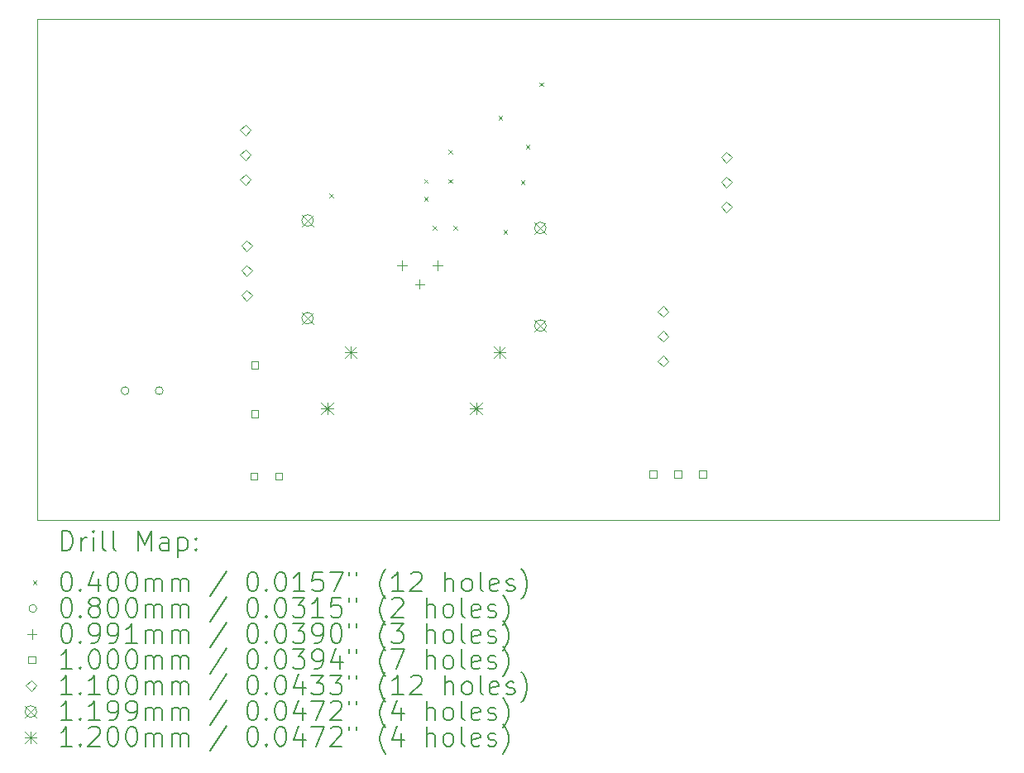
<source format=gbr>
%FSLAX45Y45*%
G04 Gerber Fmt 4.5, Leading zero omitted, Abs format (unit mm)*
G04 Created by KiCad (PCBNEW (6.0.1)) date 2022-04-24 16:28:38*
%MOMM*%
%LPD*%
G01*
G04 APERTURE LIST*
%TA.AperFunction,Profile*%
%ADD10C,0.100000*%
%TD*%
%ADD11C,0.200000*%
%ADD12C,0.040000*%
%ADD13C,0.080000*%
%ADD14C,0.099060*%
%ADD15C,0.100000*%
%ADD16C,0.110000*%
%ADD17C,0.119888*%
%ADD18C,0.120000*%
G04 APERTURE END LIST*
D10*
X10600000Y-7416800D02*
X20447800Y-7416800D01*
X20447800Y-7416800D02*
X20447800Y-12547600D01*
X20447800Y-12547600D02*
X10600000Y-12547600D01*
X10600000Y-12547600D02*
X10600000Y-7416800D01*
D11*
D12*
X13590000Y-9210000D02*
X13630000Y-9250000D01*
X13630000Y-9210000D02*
X13590000Y-9250000D01*
X14560000Y-9060000D02*
X14600000Y-9100000D01*
X14600000Y-9060000D02*
X14560000Y-9100000D01*
X14560000Y-9240000D02*
X14600000Y-9280000D01*
X14600000Y-9240000D02*
X14560000Y-9280000D01*
X14650000Y-9540000D02*
X14690000Y-9580000D01*
X14690000Y-9540000D02*
X14650000Y-9580000D01*
X14810000Y-8760000D02*
X14850000Y-8800000D01*
X14850000Y-8760000D02*
X14810000Y-8800000D01*
X14810000Y-9060000D02*
X14850000Y-9100000D01*
X14850000Y-9060000D02*
X14810000Y-9100000D01*
X14860000Y-9540000D02*
X14900000Y-9580000D01*
X14900000Y-9540000D02*
X14860000Y-9580000D01*
X15321600Y-8412800D02*
X15361600Y-8452800D01*
X15361600Y-8412800D02*
X15321600Y-8452800D01*
X15372400Y-9581200D02*
X15412400Y-9621200D01*
X15412400Y-9581200D02*
X15372400Y-9621200D01*
X15550200Y-9073200D02*
X15590200Y-9113200D01*
X15590200Y-9073200D02*
X15550200Y-9113200D01*
X15600000Y-8710000D02*
X15640000Y-8750000D01*
X15640000Y-8710000D02*
X15600000Y-8750000D01*
X15740000Y-8070000D02*
X15780000Y-8110000D01*
X15780000Y-8070000D02*
X15740000Y-8110000D01*
D13*
X11539265Y-11226800D02*
G75*
G03*
X11539265Y-11226800I-40000J0D01*
G01*
X11889265Y-11226800D02*
G75*
G03*
X11889265Y-11226800I-40000J0D01*
G01*
D14*
X14335550Y-9895020D02*
X14335550Y-9994080D01*
X14286020Y-9944550D02*
X14385080Y-9944550D01*
X14515550Y-10085020D02*
X14515550Y-10184080D01*
X14466020Y-10134550D02*
X14565080Y-10134550D01*
X14695550Y-9895020D02*
X14695550Y-9994080D01*
X14646020Y-9944550D02*
X14745080Y-9944550D01*
D15*
X12852356Y-12137356D02*
X12852356Y-12066644D01*
X12781644Y-12066644D01*
X12781644Y-12137356D01*
X12852356Y-12137356D01*
X12862356Y-10998923D02*
X12862356Y-10928212D01*
X12791644Y-10928212D01*
X12791644Y-10998923D01*
X12862356Y-10998923D01*
X12862356Y-11498923D02*
X12862356Y-11428212D01*
X12791644Y-11428212D01*
X12791644Y-11498923D01*
X12862356Y-11498923D01*
X13106356Y-12137356D02*
X13106356Y-12066644D01*
X13035644Y-12066644D01*
X13035644Y-12137356D01*
X13106356Y-12137356D01*
X16938356Y-12117856D02*
X16938356Y-12047144D01*
X16867644Y-12047144D01*
X16867644Y-12117856D01*
X16938356Y-12117856D01*
X17192356Y-12117856D02*
X17192356Y-12047144D01*
X17121644Y-12047144D01*
X17121644Y-12117856D01*
X17192356Y-12117856D01*
X17446356Y-12117856D02*
X17446356Y-12047144D01*
X17375644Y-12047144D01*
X17375644Y-12117856D01*
X17446356Y-12117856D01*
D16*
X12733000Y-8614000D02*
X12788000Y-8559000D01*
X12733000Y-8504000D01*
X12678000Y-8559000D01*
X12733000Y-8614000D01*
X12733000Y-8868000D02*
X12788000Y-8813000D01*
X12733000Y-8758000D01*
X12678000Y-8813000D01*
X12733000Y-8868000D01*
X12733000Y-9122000D02*
X12788000Y-9067000D01*
X12733000Y-9012000D01*
X12678000Y-9067000D01*
X12733000Y-9122000D01*
X12745000Y-9799000D02*
X12800000Y-9744000D01*
X12745000Y-9689000D01*
X12690000Y-9744000D01*
X12745000Y-9799000D01*
X12745000Y-10053000D02*
X12800000Y-9998000D01*
X12745000Y-9943000D01*
X12690000Y-9998000D01*
X12745000Y-10053000D01*
X12745000Y-10307000D02*
X12800000Y-10252000D01*
X12745000Y-10197000D01*
X12690000Y-10252000D01*
X12745000Y-10307000D01*
X17009400Y-10469000D02*
X17064400Y-10414000D01*
X17009400Y-10359000D01*
X16954400Y-10414000D01*
X17009400Y-10469000D01*
X17009400Y-10723000D02*
X17064400Y-10668000D01*
X17009400Y-10613000D01*
X16954400Y-10668000D01*
X17009400Y-10723000D01*
X17009400Y-10977000D02*
X17064400Y-10922000D01*
X17009400Y-10867000D01*
X16954400Y-10922000D01*
X17009400Y-10977000D01*
X17656000Y-8890000D02*
X17711000Y-8835000D01*
X17656000Y-8780000D01*
X17601000Y-8835000D01*
X17656000Y-8890000D01*
X17656000Y-9144000D02*
X17711000Y-9089000D01*
X17656000Y-9034000D01*
X17601000Y-9089000D01*
X17656000Y-9144000D01*
X17656000Y-9398000D02*
X17711000Y-9343000D01*
X17656000Y-9288000D01*
X17601000Y-9343000D01*
X17656000Y-9398000D01*
D17*
X13308056Y-9424056D02*
X13427944Y-9543944D01*
X13427944Y-9424056D02*
X13308056Y-9543944D01*
X13427944Y-9484000D02*
G75*
G03*
X13427944Y-9484000I-59944J0D01*
G01*
X13308056Y-10424056D02*
X13427944Y-10543944D01*
X13427944Y-10424056D02*
X13308056Y-10543944D01*
X13427944Y-10484000D02*
G75*
G03*
X13427944Y-10484000I-59944J0D01*
G01*
X15690056Y-9500056D02*
X15809944Y-9619944D01*
X15809944Y-9500056D02*
X15690056Y-9619944D01*
X15809944Y-9560000D02*
G75*
G03*
X15809944Y-9560000I-59944J0D01*
G01*
X15690056Y-10500056D02*
X15809944Y-10619944D01*
X15809944Y-10500056D02*
X15690056Y-10619944D01*
X15809944Y-10560000D02*
G75*
G03*
X15809944Y-10560000I-59944J0D01*
G01*
D18*
X13508000Y-11350000D02*
X13628000Y-11470000D01*
X13628000Y-11350000D02*
X13508000Y-11470000D01*
X13568000Y-11350000D02*
X13568000Y-11470000D01*
X13508000Y-11410000D02*
X13628000Y-11410000D01*
X13748000Y-10770000D02*
X13868000Y-10890000D01*
X13868000Y-10770000D02*
X13748000Y-10890000D01*
X13808000Y-10770000D02*
X13808000Y-10890000D01*
X13748000Y-10830000D02*
X13868000Y-10830000D01*
X15032000Y-11350000D02*
X15152000Y-11470000D01*
X15152000Y-11350000D02*
X15032000Y-11470000D01*
X15092000Y-11350000D02*
X15092000Y-11470000D01*
X15032000Y-11410000D02*
X15152000Y-11410000D01*
X15272000Y-10770000D02*
X15392000Y-10890000D01*
X15392000Y-10770000D02*
X15272000Y-10890000D01*
X15332000Y-10770000D02*
X15332000Y-10890000D01*
X15272000Y-10830000D02*
X15392000Y-10830000D01*
D11*
X10852619Y-12863076D02*
X10852619Y-12663076D01*
X10900238Y-12663076D01*
X10928810Y-12672600D01*
X10947857Y-12691648D01*
X10957381Y-12710695D01*
X10966905Y-12748790D01*
X10966905Y-12777362D01*
X10957381Y-12815457D01*
X10947857Y-12834505D01*
X10928810Y-12853552D01*
X10900238Y-12863076D01*
X10852619Y-12863076D01*
X11052619Y-12863076D02*
X11052619Y-12729743D01*
X11052619Y-12767838D02*
X11062143Y-12748790D01*
X11071667Y-12739267D01*
X11090714Y-12729743D01*
X11109762Y-12729743D01*
X11176429Y-12863076D02*
X11176429Y-12729743D01*
X11176429Y-12663076D02*
X11166905Y-12672600D01*
X11176429Y-12682124D01*
X11185952Y-12672600D01*
X11176429Y-12663076D01*
X11176429Y-12682124D01*
X11300238Y-12863076D02*
X11281190Y-12853552D01*
X11271667Y-12834505D01*
X11271667Y-12663076D01*
X11405000Y-12863076D02*
X11385952Y-12853552D01*
X11376428Y-12834505D01*
X11376428Y-12663076D01*
X11633571Y-12863076D02*
X11633571Y-12663076D01*
X11700238Y-12805933D01*
X11766905Y-12663076D01*
X11766905Y-12863076D01*
X11947857Y-12863076D02*
X11947857Y-12758314D01*
X11938333Y-12739267D01*
X11919286Y-12729743D01*
X11881190Y-12729743D01*
X11862143Y-12739267D01*
X11947857Y-12853552D02*
X11928809Y-12863076D01*
X11881190Y-12863076D01*
X11862143Y-12853552D01*
X11852619Y-12834505D01*
X11852619Y-12815457D01*
X11862143Y-12796409D01*
X11881190Y-12786886D01*
X11928809Y-12786886D01*
X11947857Y-12777362D01*
X12043095Y-12729743D02*
X12043095Y-12929743D01*
X12043095Y-12739267D02*
X12062143Y-12729743D01*
X12100238Y-12729743D01*
X12119286Y-12739267D01*
X12128809Y-12748790D01*
X12138333Y-12767838D01*
X12138333Y-12824981D01*
X12128809Y-12844028D01*
X12119286Y-12853552D01*
X12100238Y-12863076D01*
X12062143Y-12863076D01*
X12043095Y-12853552D01*
X12224048Y-12844028D02*
X12233571Y-12853552D01*
X12224048Y-12863076D01*
X12214524Y-12853552D01*
X12224048Y-12844028D01*
X12224048Y-12863076D01*
X12224048Y-12739267D02*
X12233571Y-12748790D01*
X12224048Y-12758314D01*
X12214524Y-12748790D01*
X12224048Y-12739267D01*
X12224048Y-12758314D01*
D12*
X10555000Y-13172600D02*
X10595000Y-13212600D01*
X10595000Y-13172600D02*
X10555000Y-13212600D01*
D11*
X10890714Y-13083076D02*
X10909762Y-13083076D01*
X10928810Y-13092600D01*
X10938333Y-13102124D01*
X10947857Y-13121171D01*
X10957381Y-13159267D01*
X10957381Y-13206886D01*
X10947857Y-13244981D01*
X10938333Y-13264028D01*
X10928810Y-13273552D01*
X10909762Y-13283076D01*
X10890714Y-13283076D01*
X10871667Y-13273552D01*
X10862143Y-13264028D01*
X10852619Y-13244981D01*
X10843095Y-13206886D01*
X10843095Y-13159267D01*
X10852619Y-13121171D01*
X10862143Y-13102124D01*
X10871667Y-13092600D01*
X10890714Y-13083076D01*
X11043095Y-13264028D02*
X11052619Y-13273552D01*
X11043095Y-13283076D01*
X11033571Y-13273552D01*
X11043095Y-13264028D01*
X11043095Y-13283076D01*
X11224048Y-13149743D02*
X11224048Y-13283076D01*
X11176429Y-13073552D02*
X11128810Y-13216409D01*
X11252619Y-13216409D01*
X11366905Y-13083076D02*
X11385952Y-13083076D01*
X11405000Y-13092600D01*
X11414524Y-13102124D01*
X11424048Y-13121171D01*
X11433571Y-13159267D01*
X11433571Y-13206886D01*
X11424048Y-13244981D01*
X11414524Y-13264028D01*
X11405000Y-13273552D01*
X11385952Y-13283076D01*
X11366905Y-13283076D01*
X11347857Y-13273552D01*
X11338333Y-13264028D01*
X11328809Y-13244981D01*
X11319286Y-13206886D01*
X11319286Y-13159267D01*
X11328809Y-13121171D01*
X11338333Y-13102124D01*
X11347857Y-13092600D01*
X11366905Y-13083076D01*
X11557381Y-13083076D02*
X11576428Y-13083076D01*
X11595476Y-13092600D01*
X11605000Y-13102124D01*
X11614524Y-13121171D01*
X11624048Y-13159267D01*
X11624048Y-13206886D01*
X11614524Y-13244981D01*
X11605000Y-13264028D01*
X11595476Y-13273552D01*
X11576428Y-13283076D01*
X11557381Y-13283076D01*
X11538333Y-13273552D01*
X11528809Y-13264028D01*
X11519286Y-13244981D01*
X11509762Y-13206886D01*
X11509762Y-13159267D01*
X11519286Y-13121171D01*
X11528809Y-13102124D01*
X11538333Y-13092600D01*
X11557381Y-13083076D01*
X11709762Y-13283076D02*
X11709762Y-13149743D01*
X11709762Y-13168790D02*
X11719286Y-13159267D01*
X11738333Y-13149743D01*
X11766905Y-13149743D01*
X11785952Y-13159267D01*
X11795476Y-13178314D01*
X11795476Y-13283076D01*
X11795476Y-13178314D02*
X11805000Y-13159267D01*
X11824048Y-13149743D01*
X11852619Y-13149743D01*
X11871667Y-13159267D01*
X11881190Y-13178314D01*
X11881190Y-13283076D01*
X11976428Y-13283076D02*
X11976428Y-13149743D01*
X11976428Y-13168790D02*
X11985952Y-13159267D01*
X12005000Y-13149743D01*
X12033571Y-13149743D01*
X12052619Y-13159267D01*
X12062143Y-13178314D01*
X12062143Y-13283076D01*
X12062143Y-13178314D02*
X12071667Y-13159267D01*
X12090714Y-13149743D01*
X12119286Y-13149743D01*
X12138333Y-13159267D01*
X12147857Y-13178314D01*
X12147857Y-13283076D01*
X12538333Y-13073552D02*
X12366905Y-13330695D01*
X12795476Y-13083076D02*
X12814524Y-13083076D01*
X12833571Y-13092600D01*
X12843095Y-13102124D01*
X12852619Y-13121171D01*
X12862143Y-13159267D01*
X12862143Y-13206886D01*
X12852619Y-13244981D01*
X12843095Y-13264028D01*
X12833571Y-13273552D01*
X12814524Y-13283076D01*
X12795476Y-13283076D01*
X12776428Y-13273552D01*
X12766905Y-13264028D01*
X12757381Y-13244981D01*
X12747857Y-13206886D01*
X12747857Y-13159267D01*
X12757381Y-13121171D01*
X12766905Y-13102124D01*
X12776428Y-13092600D01*
X12795476Y-13083076D01*
X12947857Y-13264028D02*
X12957381Y-13273552D01*
X12947857Y-13283076D01*
X12938333Y-13273552D01*
X12947857Y-13264028D01*
X12947857Y-13283076D01*
X13081190Y-13083076D02*
X13100238Y-13083076D01*
X13119286Y-13092600D01*
X13128809Y-13102124D01*
X13138333Y-13121171D01*
X13147857Y-13159267D01*
X13147857Y-13206886D01*
X13138333Y-13244981D01*
X13128809Y-13264028D01*
X13119286Y-13273552D01*
X13100238Y-13283076D01*
X13081190Y-13283076D01*
X13062143Y-13273552D01*
X13052619Y-13264028D01*
X13043095Y-13244981D01*
X13033571Y-13206886D01*
X13033571Y-13159267D01*
X13043095Y-13121171D01*
X13052619Y-13102124D01*
X13062143Y-13092600D01*
X13081190Y-13083076D01*
X13338333Y-13283076D02*
X13224048Y-13283076D01*
X13281190Y-13283076D02*
X13281190Y-13083076D01*
X13262143Y-13111648D01*
X13243095Y-13130695D01*
X13224048Y-13140219D01*
X13519286Y-13083076D02*
X13424048Y-13083076D01*
X13414524Y-13178314D01*
X13424048Y-13168790D01*
X13443095Y-13159267D01*
X13490714Y-13159267D01*
X13509762Y-13168790D01*
X13519286Y-13178314D01*
X13528809Y-13197362D01*
X13528809Y-13244981D01*
X13519286Y-13264028D01*
X13509762Y-13273552D01*
X13490714Y-13283076D01*
X13443095Y-13283076D01*
X13424048Y-13273552D01*
X13414524Y-13264028D01*
X13595476Y-13083076D02*
X13728809Y-13083076D01*
X13643095Y-13283076D01*
X13795476Y-13083076D02*
X13795476Y-13121171D01*
X13871667Y-13083076D02*
X13871667Y-13121171D01*
X14166905Y-13359267D02*
X14157381Y-13349743D01*
X14138333Y-13321171D01*
X14128809Y-13302124D01*
X14119286Y-13273552D01*
X14109762Y-13225933D01*
X14109762Y-13187838D01*
X14119286Y-13140219D01*
X14128809Y-13111648D01*
X14138333Y-13092600D01*
X14157381Y-13064028D01*
X14166905Y-13054505D01*
X14347857Y-13283076D02*
X14233571Y-13283076D01*
X14290714Y-13283076D02*
X14290714Y-13083076D01*
X14271667Y-13111648D01*
X14252619Y-13130695D01*
X14233571Y-13140219D01*
X14424048Y-13102124D02*
X14433571Y-13092600D01*
X14452619Y-13083076D01*
X14500238Y-13083076D01*
X14519286Y-13092600D01*
X14528809Y-13102124D01*
X14538333Y-13121171D01*
X14538333Y-13140219D01*
X14528809Y-13168790D01*
X14414524Y-13283076D01*
X14538333Y-13283076D01*
X14776428Y-13283076D02*
X14776428Y-13083076D01*
X14862143Y-13283076D02*
X14862143Y-13178314D01*
X14852619Y-13159267D01*
X14833571Y-13149743D01*
X14805000Y-13149743D01*
X14785952Y-13159267D01*
X14776428Y-13168790D01*
X14985952Y-13283076D02*
X14966905Y-13273552D01*
X14957381Y-13264028D01*
X14947857Y-13244981D01*
X14947857Y-13187838D01*
X14957381Y-13168790D01*
X14966905Y-13159267D01*
X14985952Y-13149743D01*
X15014524Y-13149743D01*
X15033571Y-13159267D01*
X15043095Y-13168790D01*
X15052619Y-13187838D01*
X15052619Y-13244981D01*
X15043095Y-13264028D01*
X15033571Y-13273552D01*
X15014524Y-13283076D01*
X14985952Y-13283076D01*
X15166905Y-13283076D02*
X15147857Y-13273552D01*
X15138333Y-13254505D01*
X15138333Y-13083076D01*
X15319286Y-13273552D02*
X15300238Y-13283076D01*
X15262143Y-13283076D01*
X15243095Y-13273552D01*
X15233571Y-13254505D01*
X15233571Y-13178314D01*
X15243095Y-13159267D01*
X15262143Y-13149743D01*
X15300238Y-13149743D01*
X15319286Y-13159267D01*
X15328809Y-13178314D01*
X15328809Y-13197362D01*
X15233571Y-13216409D01*
X15405000Y-13273552D02*
X15424048Y-13283076D01*
X15462143Y-13283076D01*
X15481190Y-13273552D01*
X15490714Y-13254505D01*
X15490714Y-13244981D01*
X15481190Y-13225933D01*
X15462143Y-13216409D01*
X15433571Y-13216409D01*
X15414524Y-13206886D01*
X15405000Y-13187838D01*
X15405000Y-13178314D01*
X15414524Y-13159267D01*
X15433571Y-13149743D01*
X15462143Y-13149743D01*
X15481190Y-13159267D01*
X15557381Y-13359267D02*
X15566905Y-13349743D01*
X15585952Y-13321171D01*
X15595476Y-13302124D01*
X15605000Y-13273552D01*
X15614524Y-13225933D01*
X15614524Y-13187838D01*
X15605000Y-13140219D01*
X15595476Y-13111648D01*
X15585952Y-13092600D01*
X15566905Y-13064028D01*
X15557381Y-13054505D01*
D13*
X10595000Y-13456600D02*
G75*
G03*
X10595000Y-13456600I-40000J0D01*
G01*
D11*
X10890714Y-13347076D02*
X10909762Y-13347076D01*
X10928810Y-13356600D01*
X10938333Y-13366124D01*
X10947857Y-13385171D01*
X10957381Y-13423267D01*
X10957381Y-13470886D01*
X10947857Y-13508981D01*
X10938333Y-13528028D01*
X10928810Y-13537552D01*
X10909762Y-13547076D01*
X10890714Y-13547076D01*
X10871667Y-13537552D01*
X10862143Y-13528028D01*
X10852619Y-13508981D01*
X10843095Y-13470886D01*
X10843095Y-13423267D01*
X10852619Y-13385171D01*
X10862143Y-13366124D01*
X10871667Y-13356600D01*
X10890714Y-13347076D01*
X11043095Y-13528028D02*
X11052619Y-13537552D01*
X11043095Y-13547076D01*
X11033571Y-13537552D01*
X11043095Y-13528028D01*
X11043095Y-13547076D01*
X11166905Y-13432790D02*
X11147857Y-13423267D01*
X11138333Y-13413743D01*
X11128810Y-13394695D01*
X11128810Y-13385171D01*
X11138333Y-13366124D01*
X11147857Y-13356600D01*
X11166905Y-13347076D01*
X11205000Y-13347076D01*
X11224048Y-13356600D01*
X11233571Y-13366124D01*
X11243095Y-13385171D01*
X11243095Y-13394695D01*
X11233571Y-13413743D01*
X11224048Y-13423267D01*
X11205000Y-13432790D01*
X11166905Y-13432790D01*
X11147857Y-13442314D01*
X11138333Y-13451838D01*
X11128810Y-13470886D01*
X11128810Y-13508981D01*
X11138333Y-13528028D01*
X11147857Y-13537552D01*
X11166905Y-13547076D01*
X11205000Y-13547076D01*
X11224048Y-13537552D01*
X11233571Y-13528028D01*
X11243095Y-13508981D01*
X11243095Y-13470886D01*
X11233571Y-13451838D01*
X11224048Y-13442314D01*
X11205000Y-13432790D01*
X11366905Y-13347076D02*
X11385952Y-13347076D01*
X11405000Y-13356600D01*
X11414524Y-13366124D01*
X11424048Y-13385171D01*
X11433571Y-13423267D01*
X11433571Y-13470886D01*
X11424048Y-13508981D01*
X11414524Y-13528028D01*
X11405000Y-13537552D01*
X11385952Y-13547076D01*
X11366905Y-13547076D01*
X11347857Y-13537552D01*
X11338333Y-13528028D01*
X11328809Y-13508981D01*
X11319286Y-13470886D01*
X11319286Y-13423267D01*
X11328809Y-13385171D01*
X11338333Y-13366124D01*
X11347857Y-13356600D01*
X11366905Y-13347076D01*
X11557381Y-13347076D02*
X11576428Y-13347076D01*
X11595476Y-13356600D01*
X11605000Y-13366124D01*
X11614524Y-13385171D01*
X11624048Y-13423267D01*
X11624048Y-13470886D01*
X11614524Y-13508981D01*
X11605000Y-13528028D01*
X11595476Y-13537552D01*
X11576428Y-13547076D01*
X11557381Y-13547076D01*
X11538333Y-13537552D01*
X11528809Y-13528028D01*
X11519286Y-13508981D01*
X11509762Y-13470886D01*
X11509762Y-13423267D01*
X11519286Y-13385171D01*
X11528809Y-13366124D01*
X11538333Y-13356600D01*
X11557381Y-13347076D01*
X11709762Y-13547076D02*
X11709762Y-13413743D01*
X11709762Y-13432790D02*
X11719286Y-13423267D01*
X11738333Y-13413743D01*
X11766905Y-13413743D01*
X11785952Y-13423267D01*
X11795476Y-13442314D01*
X11795476Y-13547076D01*
X11795476Y-13442314D02*
X11805000Y-13423267D01*
X11824048Y-13413743D01*
X11852619Y-13413743D01*
X11871667Y-13423267D01*
X11881190Y-13442314D01*
X11881190Y-13547076D01*
X11976428Y-13547076D02*
X11976428Y-13413743D01*
X11976428Y-13432790D02*
X11985952Y-13423267D01*
X12005000Y-13413743D01*
X12033571Y-13413743D01*
X12052619Y-13423267D01*
X12062143Y-13442314D01*
X12062143Y-13547076D01*
X12062143Y-13442314D02*
X12071667Y-13423267D01*
X12090714Y-13413743D01*
X12119286Y-13413743D01*
X12138333Y-13423267D01*
X12147857Y-13442314D01*
X12147857Y-13547076D01*
X12538333Y-13337552D02*
X12366905Y-13594695D01*
X12795476Y-13347076D02*
X12814524Y-13347076D01*
X12833571Y-13356600D01*
X12843095Y-13366124D01*
X12852619Y-13385171D01*
X12862143Y-13423267D01*
X12862143Y-13470886D01*
X12852619Y-13508981D01*
X12843095Y-13528028D01*
X12833571Y-13537552D01*
X12814524Y-13547076D01*
X12795476Y-13547076D01*
X12776428Y-13537552D01*
X12766905Y-13528028D01*
X12757381Y-13508981D01*
X12747857Y-13470886D01*
X12747857Y-13423267D01*
X12757381Y-13385171D01*
X12766905Y-13366124D01*
X12776428Y-13356600D01*
X12795476Y-13347076D01*
X12947857Y-13528028D02*
X12957381Y-13537552D01*
X12947857Y-13547076D01*
X12938333Y-13537552D01*
X12947857Y-13528028D01*
X12947857Y-13547076D01*
X13081190Y-13347076D02*
X13100238Y-13347076D01*
X13119286Y-13356600D01*
X13128809Y-13366124D01*
X13138333Y-13385171D01*
X13147857Y-13423267D01*
X13147857Y-13470886D01*
X13138333Y-13508981D01*
X13128809Y-13528028D01*
X13119286Y-13537552D01*
X13100238Y-13547076D01*
X13081190Y-13547076D01*
X13062143Y-13537552D01*
X13052619Y-13528028D01*
X13043095Y-13508981D01*
X13033571Y-13470886D01*
X13033571Y-13423267D01*
X13043095Y-13385171D01*
X13052619Y-13366124D01*
X13062143Y-13356600D01*
X13081190Y-13347076D01*
X13214524Y-13347076D02*
X13338333Y-13347076D01*
X13271667Y-13423267D01*
X13300238Y-13423267D01*
X13319286Y-13432790D01*
X13328809Y-13442314D01*
X13338333Y-13461362D01*
X13338333Y-13508981D01*
X13328809Y-13528028D01*
X13319286Y-13537552D01*
X13300238Y-13547076D01*
X13243095Y-13547076D01*
X13224048Y-13537552D01*
X13214524Y-13528028D01*
X13528809Y-13547076D02*
X13414524Y-13547076D01*
X13471667Y-13547076D02*
X13471667Y-13347076D01*
X13452619Y-13375648D01*
X13433571Y-13394695D01*
X13414524Y-13404219D01*
X13709762Y-13347076D02*
X13614524Y-13347076D01*
X13605000Y-13442314D01*
X13614524Y-13432790D01*
X13633571Y-13423267D01*
X13681190Y-13423267D01*
X13700238Y-13432790D01*
X13709762Y-13442314D01*
X13719286Y-13461362D01*
X13719286Y-13508981D01*
X13709762Y-13528028D01*
X13700238Y-13537552D01*
X13681190Y-13547076D01*
X13633571Y-13547076D01*
X13614524Y-13537552D01*
X13605000Y-13528028D01*
X13795476Y-13347076D02*
X13795476Y-13385171D01*
X13871667Y-13347076D02*
X13871667Y-13385171D01*
X14166905Y-13623267D02*
X14157381Y-13613743D01*
X14138333Y-13585171D01*
X14128809Y-13566124D01*
X14119286Y-13537552D01*
X14109762Y-13489933D01*
X14109762Y-13451838D01*
X14119286Y-13404219D01*
X14128809Y-13375648D01*
X14138333Y-13356600D01*
X14157381Y-13328028D01*
X14166905Y-13318505D01*
X14233571Y-13366124D02*
X14243095Y-13356600D01*
X14262143Y-13347076D01*
X14309762Y-13347076D01*
X14328809Y-13356600D01*
X14338333Y-13366124D01*
X14347857Y-13385171D01*
X14347857Y-13404219D01*
X14338333Y-13432790D01*
X14224048Y-13547076D01*
X14347857Y-13547076D01*
X14585952Y-13547076D02*
X14585952Y-13347076D01*
X14671667Y-13547076D02*
X14671667Y-13442314D01*
X14662143Y-13423267D01*
X14643095Y-13413743D01*
X14614524Y-13413743D01*
X14595476Y-13423267D01*
X14585952Y-13432790D01*
X14795476Y-13547076D02*
X14776428Y-13537552D01*
X14766905Y-13528028D01*
X14757381Y-13508981D01*
X14757381Y-13451838D01*
X14766905Y-13432790D01*
X14776428Y-13423267D01*
X14795476Y-13413743D01*
X14824048Y-13413743D01*
X14843095Y-13423267D01*
X14852619Y-13432790D01*
X14862143Y-13451838D01*
X14862143Y-13508981D01*
X14852619Y-13528028D01*
X14843095Y-13537552D01*
X14824048Y-13547076D01*
X14795476Y-13547076D01*
X14976428Y-13547076D02*
X14957381Y-13537552D01*
X14947857Y-13518505D01*
X14947857Y-13347076D01*
X15128809Y-13537552D02*
X15109762Y-13547076D01*
X15071667Y-13547076D01*
X15052619Y-13537552D01*
X15043095Y-13518505D01*
X15043095Y-13442314D01*
X15052619Y-13423267D01*
X15071667Y-13413743D01*
X15109762Y-13413743D01*
X15128809Y-13423267D01*
X15138333Y-13442314D01*
X15138333Y-13461362D01*
X15043095Y-13480409D01*
X15214524Y-13537552D02*
X15233571Y-13547076D01*
X15271667Y-13547076D01*
X15290714Y-13537552D01*
X15300238Y-13518505D01*
X15300238Y-13508981D01*
X15290714Y-13489933D01*
X15271667Y-13480409D01*
X15243095Y-13480409D01*
X15224048Y-13470886D01*
X15214524Y-13451838D01*
X15214524Y-13442314D01*
X15224048Y-13423267D01*
X15243095Y-13413743D01*
X15271667Y-13413743D01*
X15290714Y-13423267D01*
X15366905Y-13623267D02*
X15376428Y-13613743D01*
X15395476Y-13585171D01*
X15405000Y-13566124D01*
X15414524Y-13537552D01*
X15424048Y-13489933D01*
X15424048Y-13451838D01*
X15414524Y-13404219D01*
X15405000Y-13375648D01*
X15395476Y-13356600D01*
X15376428Y-13328028D01*
X15366905Y-13318505D01*
D14*
X10545470Y-13671070D02*
X10545470Y-13770130D01*
X10495940Y-13720600D02*
X10595000Y-13720600D01*
D11*
X10890714Y-13611076D02*
X10909762Y-13611076D01*
X10928810Y-13620600D01*
X10938333Y-13630124D01*
X10947857Y-13649171D01*
X10957381Y-13687267D01*
X10957381Y-13734886D01*
X10947857Y-13772981D01*
X10938333Y-13792028D01*
X10928810Y-13801552D01*
X10909762Y-13811076D01*
X10890714Y-13811076D01*
X10871667Y-13801552D01*
X10862143Y-13792028D01*
X10852619Y-13772981D01*
X10843095Y-13734886D01*
X10843095Y-13687267D01*
X10852619Y-13649171D01*
X10862143Y-13630124D01*
X10871667Y-13620600D01*
X10890714Y-13611076D01*
X11043095Y-13792028D02*
X11052619Y-13801552D01*
X11043095Y-13811076D01*
X11033571Y-13801552D01*
X11043095Y-13792028D01*
X11043095Y-13811076D01*
X11147857Y-13811076D02*
X11185952Y-13811076D01*
X11205000Y-13801552D01*
X11214524Y-13792028D01*
X11233571Y-13763457D01*
X11243095Y-13725362D01*
X11243095Y-13649171D01*
X11233571Y-13630124D01*
X11224048Y-13620600D01*
X11205000Y-13611076D01*
X11166905Y-13611076D01*
X11147857Y-13620600D01*
X11138333Y-13630124D01*
X11128810Y-13649171D01*
X11128810Y-13696790D01*
X11138333Y-13715838D01*
X11147857Y-13725362D01*
X11166905Y-13734886D01*
X11205000Y-13734886D01*
X11224048Y-13725362D01*
X11233571Y-13715838D01*
X11243095Y-13696790D01*
X11338333Y-13811076D02*
X11376428Y-13811076D01*
X11395476Y-13801552D01*
X11405000Y-13792028D01*
X11424048Y-13763457D01*
X11433571Y-13725362D01*
X11433571Y-13649171D01*
X11424048Y-13630124D01*
X11414524Y-13620600D01*
X11395476Y-13611076D01*
X11357381Y-13611076D01*
X11338333Y-13620600D01*
X11328809Y-13630124D01*
X11319286Y-13649171D01*
X11319286Y-13696790D01*
X11328809Y-13715838D01*
X11338333Y-13725362D01*
X11357381Y-13734886D01*
X11395476Y-13734886D01*
X11414524Y-13725362D01*
X11424048Y-13715838D01*
X11433571Y-13696790D01*
X11624048Y-13811076D02*
X11509762Y-13811076D01*
X11566905Y-13811076D02*
X11566905Y-13611076D01*
X11547857Y-13639648D01*
X11528809Y-13658695D01*
X11509762Y-13668219D01*
X11709762Y-13811076D02*
X11709762Y-13677743D01*
X11709762Y-13696790D02*
X11719286Y-13687267D01*
X11738333Y-13677743D01*
X11766905Y-13677743D01*
X11785952Y-13687267D01*
X11795476Y-13706314D01*
X11795476Y-13811076D01*
X11795476Y-13706314D02*
X11805000Y-13687267D01*
X11824048Y-13677743D01*
X11852619Y-13677743D01*
X11871667Y-13687267D01*
X11881190Y-13706314D01*
X11881190Y-13811076D01*
X11976428Y-13811076D02*
X11976428Y-13677743D01*
X11976428Y-13696790D02*
X11985952Y-13687267D01*
X12005000Y-13677743D01*
X12033571Y-13677743D01*
X12052619Y-13687267D01*
X12062143Y-13706314D01*
X12062143Y-13811076D01*
X12062143Y-13706314D02*
X12071667Y-13687267D01*
X12090714Y-13677743D01*
X12119286Y-13677743D01*
X12138333Y-13687267D01*
X12147857Y-13706314D01*
X12147857Y-13811076D01*
X12538333Y-13601552D02*
X12366905Y-13858695D01*
X12795476Y-13611076D02*
X12814524Y-13611076D01*
X12833571Y-13620600D01*
X12843095Y-13630124D01*
X12852619Y-13649171D01*
X12862143Y-13687267D01*
X12862143Y-13734886D01*
X12852619Y-13772981D01*
X12843095Y-13792028D01*
X12833571Y-13801552D01*
X12814524Y-13811076D01*
X12795476Y-13811076D01*
X12776428Y-13801552D01*
X12766905Y-13792028D01*
X12757381Y-13772981D01*
X12747857Y-13734886D01*
X12747857Y-13687267D01*
X12757381Y-13649171D01*
X12766905Y-13630124D01*
X12776428Y-13620600D01*
X12795476Y-13611076D01*
X12947857Y-13792028D02*
X12957381Y-13801552D01*
X12947857Y-13811076D01*
X12938333Y-13801552D01*
X12947857Y-13792028D01*
X12947857Y-13811076D01*
X13081190Y-13611076D02*
X13100238Y-13611076D01*
X13119286Y-13620600D01*
X13128809Y-13630124D01*
X13138333Y-13649171D01*
X13147857Y-13687267D01*
X13147857Y-13734886D01*
X13138333Y-13772981D01*
X13128809Y-13792028D01*
X13119286Y-13801552D01*
X13100238Y-13811076D01*
X13081190Y-13811076D01*
X13062143Y-13801552D01*
X13052619Y-13792028D01*
X13043095Y-13772981D01*
X13033571Y-13734886D01*
X13033571Y-13687267D01*
X13043095Y-13649171D01*
X13052619Y-13630124D01*
X13062143Y-13620600D01*
X13081190Y-13611076D01*
X13214524Y-13611076D02*
X13338333Y-13611076D01*
X13271667Y-13687267D01*
X13300238Y-13687267D01*
X13319286Y-13696790D01*
X13328809Y-13706314D01*
X13338333Y-13725362D01*
X13338333Y-13772981D01*
X13328809Y-13792028D01*
X13319286Y-13801552D01*
X13300238Y-13811076D01*
X13243095Y-13811076D01*
X13224048Y-13801552D01*
X13214524Y-13792028D01*
X13433571Y-13811076D02*
X13471667Y-13811076D01*
X13490714Y-13801552D01*
X13500238Y-13792028D01*
X13519286Y-13763457D01*
X13528809Y-13725362D01*
X13528809Y-13649171D01*
X13519286Y-13630124D01*
X13509762Y-13620600D01*
X13490714Y-13611076D01*
X13452619Y-13611076D01*
X13433571Y-13620600D01*
X13424048Y-13630124D01*
X13414524Y-13649171D01*
X13414524Y-13696790D01*
X13424048Y-13715838D01*
X13433571Y-13725362D01*
X13452619Y-13734886D01*
X13490714Y-13734886D01*
X13509762Y-13725362D01*
X13519286Y-13715838D01*
X13528809Y-13696790D01*
X13652619Y-13611076D02*
X13671667Y-13611076D01*
X13690714Y-13620600D01*
X13700238Y-13630124D01*
X13709762Y-13649171D01*
X13719286Y-13687267D01*
X13719286Y-13734886D01*
X13709762Y-13772981D01*
X13700238Y-13792028D01*
X13690714Y-13801552D01*
X13671667Y-13811076D01*
X13652619Y-13811076D01*
X13633571Y-13801552D01*
X13624048Y-13792028D01*
X13614524Y-13772981D01*
X13605000Y-13734886D01*
X13605000Y-13687267D01*
X13614524Y-13649171D01*
X13624048Y-13630124D01*
X13633571Y-13620600D01*
X13652619Y-13611076D01*
X13795476Y-13611076D02*
X13795476Y-13649171D01*
X13871667Y-13611076D02*
X13871667Y-13649171D01*
X14166905Y-13887267D02*
X14157381Y-13877743D01*
X14138333Y-13849171D01*
X14128809Y-13830124D01*
X14119286Y-13801552D01*
X14109762Y-13753933D01*
X14109762Y-13715838D01*
X14119286Y-13668219D01*
X14128809Y-13639648D01*
X14138333Y-13620600D01*
X14157381Y-13592028D01*
X14166905Y-13582505D01*
X14224048Y-13611076D02*
X14347857Y-13611076D01*
X14281190Y-13687267D01*
X14309762Y-13687267D01*
X14328809Y-13696790D01*
X14338333Y-13706314D01*
X14347857Y-13725362D01*
X14347857Y-13772981D01*
X14338333Y-13792028D01*
X14328809Y-13801552D01*
X14309762Y-13811076D01*
X14252619Y-13811076D01*
X14233571Y-13801552D01*
X14224048Y-13792028D01*
X14585952Y-13811076D02*
X14585952Y-13611076D01*
X14671667Y-13811076D02*
X14671667Y-13706314D01*
X14662143Y-13687267D01*
X14643095Y-13677743D01*
X14614524Y-13677743D01*
X14595476Y-13687267D01*
X14585952Y-13696790D01*
X14795476Y-13811076D02*
X14776428Y-13801552D01*
X14766905Y-13792028D01*
X14757381Y-13772981D01*
X14757381Y-13715838D01*
X14766905Y-13696790D01*
X14776428Y-13687267D01*
X14795476Y-13677743D01*
X14824048Y-13677743D01*
X14843095Y-13687267D01*
X14852619Y-13696790D01*
X14862143Y-13715838D01*
X14862143Y-13772981D01*
X14852619Y-13792028D01*
X14843095Y-13801552D01*
X14824048Y-13811076D01*
X14795476Y-13811076D01*
X14976428Y-13811076D02*
X14957381Y-13801552D01*
X14947857Y-13782505D01*
X14947857Y-13611076D01*
X15128809Y-13801552D02*
X15109762Y-13811076D01*
X15071667Y-13811076D01*
X15052619Y-13801552D01*
X15043095Y-13782505D01*
X15043095Y-13706314D01*
X15052619Y-13687267D01*
X15071667Y-13677743D01*
X15109762Y-13677743D01*
X15128809Y-13687267D01*
X15138333Y-13706314D01*
X15138333Y-13725362D01*
X15043095Y-13744409D01*
X15214524Y-13801552D02*
X15233571Y-13811076D01*
X15271667Y-13811076D01*
X15290714Y-13801552D01*
X15300238Y-13782505D01*
X15300238Y-13772981D01*
X15290714Y-13753933D01*
X15271667Y-13744409D01*
X15243095Y-13744409D01*
X15224048Y-13734886D01*
X15214524Y-13715838D01*
X15214524Y-13706314D01*
X15224048Y-13687267D01*
X15243095Y-13677743D01*
X15271667Y-13677743D01*
X15290714Y-13687267D01*
X15366905Y-13887267D02*
X15376428Y-13877743D01*
X15395476Y-13849171D01*
X15405000Y-13830124D01*
X15414524Y-13801552D01*
X15424048Y-13753933D01*
X15424048Y-13715838D01*
X15414524Y-13668219D01*
X15405000Y-13639648D01*
X15395476Y-13620600D01*
X15376428Y-13592028D01*
X15366905Y-13582505D01*
D15*
X10580356Y-14019956D02*
X10580356Y-13949244D01*
X10509644Y-13949244D01*
X10509644Y-14019956D01*
X10580356Y-14019956D01*
D11*
X10957381Y-14075076D02*
X10843095Y-14075076D01*
X10900238Y-14075076D02*
X10900238Y-13875076D01*
X10881190Y-13903648D01*
X10862143Y-13922695D01*
X10843095Y-13932219D01*
X11043095Y-14056028D02*
X11052619Y-14065552D01*
X11043095Y-14075076D01*
X11033571Y-14065552D01*
X11043095Y-14056028D01*
X11043095Y-14075076D01*
X11176429Y-13875076D02*
X11195476Y-13875076D01*
X11214524Y-13884600D01*
X11224048Y-13894124D01*
X11233571Y-13913171D01*
X11243095Y-13951267D01*
X11243095Y-13998886D01*
X11233571Y-14036981D01*
X11224048Y-14056028D01*
X11214524Y-14065552D01*
X11195476Y-14075076D01*
X11176429Y-14075076D01*
X11157381Y-14065552D01*
X11147857Y-14056028D01*
X11138333Y-14036981D01*
X11128810Y-13998886D01*
X11128810Y-13951267D01*
X11138333Y-13913171D01*
X11147857Y-13894124D01*
X11157381Y-13884600D01*
X11176429Y-13875076D01*
X11366905Y-13875076D02*
X11385952Y-13875076D01*
X11405000Y-13884600D01*
X11414524Y-13894124D01*
X11424048Y-13913171D01*
X11433571Y-13951267D01*
X11433571Y-13998886D01*
X11424048Y-14036981D01*
X11414524Y-14056028D01*
X11405000Y-14065552D01*
X11385952Y-14075076D01*
X11366905Y-14075076D01*
X11347857Y-14065552D01*
X11338333Y-14056028D01*
X11328809Y-14036981D01*
X11319286Y-13998886D01*
X11319286Y-13951267D01*
X11328809Y-13913171D01*
X11338333Y-13894124D01*
X11347857Y-13884600D01*
X11366905Y-13875076D01*
X11557381Y-13875076D02*
X11576428Y-13875076D01*
X11595476Y-13884600D01*
X11605000Y-13894124D01*
X11614524Y-13913171D01*
X11624048Y-13951267D01*
X11624048Y-13998886D01*
X11614524Y-14036981D01*
X11605000Y-14056028D01*
X11595476Y-14065552D01*
X11576428Y-14075076D01*
X11557381Y-14075076D01*
X11538333Y-14065552D01*
X11528809Y-14056028D01*
X11519286Y-14036981D01*
X11509762Y-13998886D01*
X11509762Y-13951267D01*
X11519286Y-13913171D01*
X11528809Y-13894124D01*
X11538333Y-13884600D01*
X11557381Y-13875076D01*
X11709762Y-14075076D02*
X11709762Y-13941743D01*
X11709762Y-13960790D02*
X11719286Y-13951267D01*
X11738333Y-13941743D01*
X11766905Y-13941743D01*
X11785952Y-13951267D01*
X11795476Y-13970314D01*
X11795476Y-14075076D01*
X11795476Y-13970314D02*
X11805000Y-13951267D01*
X11824048Y-13941743D01*
X11852619Y-13941743D01*
X11871667Y-13951267D01*
X11881190Y-13970314D01*
X11881190Y-14075076D01*
X11976428Y-14075076D02*
X11976428Y-13941743D01*
X11976428Y-13960790D02*
X11985952Y-13951267D01*
X12005000Y-13941743D01*
X12033571Y-13941743D01*
X12052619Y-13951267D01*
X12062143Y-13970314D01*
X12062143Y-14075076D01*
X12062143Y-13970314D02*
X12071667Y-13951267D01*
X12090714Y-13941743D01*
X12119286Y-13941743D01*
X12138333Y-13951267D01*
X12147857Y-13970314D01*
X12147857Y-14075076D01*
X12538333Y-13865552D02*
X12366905Y-14122695D01*
X12795476Y-13875076D02*
X12814524Y-13875076D01*
X12833571Y-13884600D01*
X12843095Y-13894124D01*
X12852619Y-13913171D01*
X12862143Y-13951267D01*
X12862143Y-13998886D01*
X12852619Y-14036981D01*
X12843095Y-14056028D01*
X12833571Y-14065552D01*
X12814524Y-14075076D01*
X12795476Y-14075076D01*
X12776428Y-14065552D01*
X12766905Y-14056028D01*
X12757381Y-14036981D01*
X12747857Y-13998886D01*
X12747857Y-13951267D01*
X12757381Y-13913171D01*
X12766905Y-13894124D01*
X12776428Y-13884600D01*
X12795476Y-13875076D01*
X12947857Y-14056028D02*
X12957381Y-14065552D01*
X12947857Y-14075076D01*
X12938333Y-14065552D01*
X12947857Y-14056028D01*
X12947857Y-14075076D01*
X13081190Y-13875076D02*
X13100238Y-13875076D01*
X13119286Y-13884600D01*
X13128809Y-13894124D01*
X13138333Y-13913171D01*
X13147857Y-13951267D01*
X13147857Y-13998886D01*
X13138333Y-14036981D01*
X13128809Y-14056028D01*
X13119286Y-14065552D01*
X13100238Y-14075076D01*
X13081190Y-14075076D01*
X13062143Y-14065552D01*
X13052619Y-14056028D01*
X13043095Y-14036981D01*
X13033571Y-13998886D01*
X13033571Y-13951267D01*
X13043095Y-13913171D01*
X13052619Y-13894124D01*
X13062143Y-13884600D01*
X13081190Y-13875076D01*
X13214524Y-13875076D02*
X13338333Y-13875076D01*
X13271667Y-13951267D01*
X13300238Y-13951267D01*
X13319286Y-13960790D01*
X13328809Y-13970314D01*
X13338333Y-13989362D01*
X13338333Y-14036981D01*
X13328809Y-14056028D01*
X13319286Y-14065552D01*
X13300238Y-14075076D01*
X13243095Y-14075076D01*
X13224048Y-14065552D01*
X13214524Y-14056028D01*
X13433571Y-14075076D02*
X13471667Y-14075076D01*
X13490714Y-14065552D01*
X13500238Y-14056028D01*
X13519286Y-14027457D01*
X13528809Y-13989362D01*
X13528809Y-13913171D01*
X13519286Y-13894124D01*
X13509762Y-13884600D01*
X13490714Y-13875076D01*
X13452619Y-13875076D01*
X13433571Y-13884600D01*
X13424048Y-13894124D01*
X13414524Y-13913171D01*
X13414524Y-13960790D01*
X13424048Y-13979838D01*
X13433571Y-13989362D01*
X13452619Y-13998886D01*
X13490714Y-13998886D01*
X13509762Y-13989362D01*
X13519286Y-13979838D01*
X13528809Y-13960790D01*
X13700238Y-13941743D02*
X13700238Y-14075076D01*
X13652619Y-13865552D02*
X13605000Y-14008409D01*
X13728809Y-14008409D01*
X13795476Y-13875076D02*
X13795476Y-13913171D01*
X13871667Y-13875076D02*
X13871667Y-13913171D01*
X14166905Y-14151267D02*
X14157381Y-14141743D01*
X14138333Y-14113171D01*
X14128809Y-14094124D01*
X14119286Y-14065552D01*
X14109762Y-14017933D01*
X14109762Y-13979838D01*
X14119286Y-13932219D01*
X14128809Y-13903648D01*
X14138333Y-13884600D01*
X14157381Y-13856028D01*
X14166905Y-13846505D01*
X14224048Y-13875076D02*
X14357381Y-13875076D01*
X14271667Y-14075076D01*
X14585952Y-14075076D02*
X14585952Y-13875076D01*
X14671667Y-14075076D02*
X14671667Y-13970314D01*
X14662143Y-13951267D01*
X14643095Y-13941743D01*
X14614524Y-13941743D01*
X14595476Y-13951267D01*
X14585952Y-13960790D01*
X14795476Y-14075076D02*
X14776428Y-14065552D01*
X14766905Y-14056028D01*
X14757381Y-14036981D01*
X14757381Y-13979838D01*
X14766905Y-13960790D01*
X14776428Y-13951267D01*
X14795476Y-13941743D01*
X14824048Y-13941743D01*
X14843095Y-13951267D01*
X14852619Y-13960790D01*
X14862143Y-13979838D01*
X14862143Y-14036981D01*
X14852619Y-14056028D01*
X14843095Y-14065552D01*
X14824048Y-14075076D01*
X14795476Y-14075076D01*
X14976428Y-14075076D02*
X14957381Y-14065552D01*
X14947857Y-14046505D01*
X14947857Y-13875076D01*
X15128809Y-14065552D02*
X15109762Y-14075076D01*
X15071667Y-14075076D01*
X15052619Y-14065552D01*
X15043095Y-14046505D01*
X15043095Y-13970314D01*
X15052619Y-13951267D01*
X15071667Y-13941743D01*
X15109762Y-13941743D01*
X15128809Y-13951267D01*
X15138333Y-13970314D01*
X15138333Y-13989362D01*
X15043095Y-14008409D01*
X15214524Y-14065552D02*
X15233571Y-14075076D01*
X15271667Y-14075076D01*
X15290714Y-14065552D01*
X15300238Y-14046505D01*
X15300238Y-14036981D01*
X15290714Y-14017933D01*
X15271667Y-14008409D01*
X15243095Y-14008409D01*
X15224048Y-13998886D01*
X15214524Y-13979838D01*
X15214524Y-13970314D01*
X15224048Y-13951267D01*
X15243095Y-13941743D01*
X15271667Y-13941743D01*
X15290714Y-13951267D01*
X15366905Y-14151267D02*
X15376428Y-14141743D01*
X15395476Y-14113171D01*
X15405000Y-14094124D01*
X15414524Y-14065552D01*
X15424048Y-14017933D01*
X15424048Y-13979838D01*
X15414524Y-13932219D01*
X15405000Y-13903648D01*
X15395476Y-13884600D01*
X15376428Y-13856028D01*
X15366905Y-13846505D01*
D16*
X10540000Y-14303600D02*
X10595000Y-14248600D01*
X10540000Y-14193600D01*
X10485000Y-14248600D01*
X10540000Y-14303600D01*
D11*
X10957381Y-14339076D02*
X10843095Y-14339076D01*
X10900238Y-14339076D02*
X10900238Y-14139076D01*
X10881190Y-14167648D01*
X10862143Y-14186695D01*
X10843095Y-14196219D01*
X11043095Y-14320028D02*
X11052619Y-14329552D01*
X11043095Y-14339076D01*
X11033571Y-14329552D01*
X11043095Y-14320028D01*
X11043095Y-14339076D01*
X11243095Y-14339076D02*
X11128810Y-14339076D01*
X11185952Y-14339076D02*
X11185952Y-14139076D01*
X11166905Y-14167648D01*
X11147857Y-14186695D01*
X11128810Y-14196219D01*
X11366905Y-14139076D02*
X11385952Y-14139076D01*
X11405000Y-14148600D01*
X11414524Y-14158124D01*
X11424048Y-14177171D01*
X11433571Y-14215267D01*
X11433571Y-14262886D01*
X11424048Y-14300981D01*
X11414524Y-14320028D01*
X11405000Y-14329552D01*
X11385952Y-14339076D01*
X11366905Y-14339076D01*
X11347857Y-14329552D01*
X11338333Y-14320028D01*
X11328809Y-14300981D01*
X11319286Y-14262886D01*
X11319286Y-14215267D01*
X11328809Y-14177171D01*
X11338333Y-14158124D01*
X11347857Y-14148600D01*
X11366905Y-14139076D01*
X11557381Y-14139076D02*
X11576428Y-14139076D01*
X11595476Y-14148600D01*
X11605000Y-14158124D01*
X11614524Y-14177171D01*
X11624048Y-14215267D01*
X11624048Y-14262886D01*
X11614524Y-14300981D01*
X11605000Y-14320028D01*
X11595476Y-14329552D01*
X11576428Y-14339076D01*
X11557381Y-14339076D01*
X11538333Y-14329552D01*
X11528809Y-14320028D01*
X11519286Y-14300981D01*
X11509762Y-14262886D01*
X11509762Y-14215267D01*
X11519286Y-14177171D01*
X11528809Y-14158124D01*
X11538333Y-14148600D01*
X11557381Y-14139076D01*
X11709762Y-14339076D02*
X11709762Y-14205743D01*
X11709762Y-14224790D02*
X11719286Y-14215267D01*
X11738333Y-14205743D01*
X11766905Y-14205743D01*
X11785952Y-14215267D01*
X11795476Y-14234314D01*
X11795476Y-14339076D01*
X11795476Y-14234314D02*
X11805000Y-14215267D01*
X11824048Y-14205743D01*
X11852619Y-14205743D01*
X11871667Y-14215267D01*
X11881190Y-14234314D01*
X11881190Y-14339076D01*
X11976428Y-14339076D02*
X11976428Y-14205743D01*
X11976428Y-14224790D02*
X11985952Y-14215267D01*
X12005000Y-14205743D01*
X12033571Y-14205743D01*
X12052619Y-14215267D01*
X12062143Y-14234314D01*
X12062143Y-14339076D01*
X12062143Y-14234314D02*
X12071667Y-14215267D01*
X12090714Y-14205743D01*
X12119286Y-14205743D01*
X12138333Y-14215267D01*
X12147857Y-14234314D01*
X12147857Y-14339076D01*
X12538333Y-14129552D02*
X12366905Y-14386695D01*
X12795476Y-14139076D02*
X12814524Y-14139076D01*
X12833571Y-14148600D01*
X12843095Y-14158124D01*
X12852619Y-14177171D01*
X12862143Y-14215267D01*
X12862143Y-14262886D01*
X12852619Y-14300981D01*
X12843095Y-14320028D01*
X12833571Y-14329552D01*
X12814524Y-14339076D01*
X12795476Y-14339076D01*
X12776428Y-14329552D01*
X12766905Y-14320028D01*
X12757381Y-14300981D01*
X12747857Y-14262886D01*
X12747857Y-14215267D01*
X12757381Y-14177171D01*
X12766905Y-14158124D01*
X12776428Y-14148600D01*
X12795476Y-14139076D01*
X12947857Y-14320028D02*
X12957381Y-14329552D01*
X12947857Y-14339076D01*
X12938333Y-14329552D01*
X12947857Y-14320028D01*
X12947857Y-14339076D01*
X13081190Y-14139076D02*
X13100238Y-14139076D01*
X13119286Y-14148600D01*
X13128809Y-14158124D01*
X13138333Y-14177171D01*
X13147857Y-14215267D01*
X13147857Y-14262886D01*
X13138333Y-14300981D01*
X13128809Y-14320028D01*
X13119286Y-14329552D01*
X13100238Y-14339076D01*
X13081190Y-14339076D01*
X13062143Y-14329552D01*
X13052619Y-14320028D01*
X13043095Y-14300981D01*
X13033571Y-14262886D01*
X13033571Y-14215267D01*
X13043095Y-14177171D01*
X13052619Y-14158124D01*
X13062143Y-14148600D01*
X13081190Y-14139076D01*
X13319286Y-14205743D02*
X13319286Y-14339076D01*
X13271667Y-14129552D02*
X13224048Y-14272409D01*
X13347857Y-14272409D01*
X13405000Y-14139076D02*
X13528809Y-14139076D01*
X13462143Y-14215267D01*
X13490714Y-14215267D01*
X13509762Y-14224790D01*
X13519286Y-14234314D01*
X13528809Y-14253362D01*
X13528809Y-14300981D01*
X13519286Y-14320028D01*
X13509762Y-14329552D01*
X13490714Y-14339076D01*
X13433571Y-14339076D01*
X13414524Y-14329552D01*
X13405000Y-14320028D01*
X13595476Y-14139076D02*
X13719286Y-14139076D01*
X13652619Y-14215267D01*
X13681190Y-14215267D01*
X13700238Y-14224790D01*
X13709762Y-14234314D01*
X13719286Y-14253362D01*
X13719286Y-14300981D01*
X13709762Y-14320028D01*
X13700238Y-14329552D01*
X13681190Y-14339076D01*
X13624048Y-14339076D01*
X13605000Y-14329552D01*
X13595476Y-14320028D01*
X13795476Y-14139076D02*
X13795476Y-14177171D01*
X13871667Y-14139076D02*
X13871667Y-14177171D01*
X14166905Y-14415267D02*
X14157381Y-14405743D01*
X14138333Y-14377171D01*
X14128809Y-14358124D01*
X14119286Y-14329552D01*
X14109762Y-14281933D01*
X14109762Y-14243838D01*
X14119286Y-14196219D01*
X14128809Y-14167648D01*
X14138333Y-14148600D01*
X14157381Y-14120028D01*
X14166905Y-14110505D01*
X14347857Y-14339076D02*
X14233571Y-14339076D01*
X14290714Y-14339076D02*
X14290714Y-14139076D01*
X14271667Y-14167648D01*
X14252619Y-14186695D01*
X14233571Y-14196219D01*
X14424048Y-14158124D02*
X14433571Y-14148600D01*
X14452619Y-14139076D01*
X14500238Y-14139076D01*
X14519286Y-14148600D01*
X14528809Y-14158124D01*
X14538333Y-14177171D01*
X14538333Y-14196219D01*
X14528809Y-14224790D01*
X14414524Y-14339076D01*
X14538333Y-14339076D01*
X14776428Y-14339076D02*
X14776428Y-14139076D01*
X14862143Y-14339076D02*
X14862143Y-14234314D01*
X14852619Y-14215267D01*
X14833571Y-14205743D01*
X14805000Y-14205743D01*
X14785952Y-14215267D01*
X14776428Y-14224790D01*
X14985952Y-14339076D02*
X14966905Y-14329552D01*
X14957381Y-14320028D01*
X14947857Y-14300981D01*
X14947857Y-14243838D01*
X14957381Y-14224790D01*
X14966905Y-14215267D01*
X14985952Y-14205743D01*
X15014524Y-14205743D01*
X15033571Y-14215267D01*
X15043095Y-14224790D01*
X15052619Y-14243838D01*
X15052619Y-14300981D01*
X15043095Y-14320028D01*
X15033571Y-14329552D01*
X15014524Y-14339076D01*
X14985952Y-14339076D01*
X15166905Y-14339076D02*
X15147857Y-14329552D01*
X15138333Y-14310505D01*
X15138333Y-14139076D01*
X15319286Y-14329552D02*
X15300238Y-14339076D01*
X15262143Y-14339076D01*
X15243095Y-14329552D01*
X15233571Y-14310505D01*
X15233571Y-14234314D01*
X15243095Y-14215267D01*
X15262143Y-14205743D01*
X15300238Y-14205743D01*
X15319286Y-14215267D01*
X15328809Y-14234314D01*
X15328809Y-14253362D01*
X15233571Y-14272409D01*
X15405000Y-14329552D02*
X15424048Y-14339076D01*
X15462143Y-14339076D01*
X15481190Y-14329552D01*
X15490714Y-14310505D01*
X15490714Y-14300981D01*
X15481190Y-14281933D01*
X15462143Y-14272409D01*
X15433571Y-14272409D01*
X15414524Y-14262886D01*
X15405000Y-14243838D01*
X15405000Y-14234314D01*
X15414524Y-14215267D01*
X15433571Y-14205743D01*
X15462143Y-14205743D01*
X15481190Y-14215267D01*
X15557381Y-14415267D02*
X15566905Y-14405743D01*
X15585952Y-14377171D01*
X15595476Y-14358124D01*
X15605000Y-14329552D01*
X15614524Y-14281933D01*
X15614524Y-14243838D01*
X15605000Y-14196219D01*
X15595476Y-14167648D01*
X15585952Y-14148600D01*
X15566905Y-14120028D01*
X15557381Y-14110505D01*
D17*
X10475112Y-14452656D02*
X10595000Y-14572544D01*
X10595000Y-14452656D02*
X10475112Y-14572544D01*
X10595000Y-14512600D02*
G75*
G03*
X10595000Y-14512600I-59944J0D01*
G01*
D11*
X10957381Y-14603076D02*
X10843095Y-14603076D01*
X10900238Y-14603076D02*
X10900238Y-14403076D01*
X10881190Y-14431648D01*
X10862143Y-14450695D01*
X10843095Y-14460219D01*
X11043095Y-14584028D02*
X11052619Y-14593552D01*
X11043095Y-14603076D01*
X11033571Y-14593552D01*
X11043095Y-14584028D01*
X11043095Y-14603076D01*
X11243095Y-14603076D02*
X11128810Y-14603076D01*
X11185952Y-14603076D02*
X11185952Y-14403076D01*
X11166905Y-14431648D01*
X11147857Y-14450695D01*
X11128810Y-14460219D01*
X11338333Y-14603076D02*
X11376428Y-14603076D01*
X11395476Y-14593552D01*
X11405000Y-14584028D01*
X11424048Y-14555457D01*
X11433571Y-14517362D01*
X11433571Y-14441171D01*
X11424048Y-14422124D01*
X11414524Y-14412600D01*
X11395476Y-14403076D01*
X11357381Y-14403076D01*
X11338333Y-14412600D01*
X11328809Y-14422124D01*
X11319286Y-14441171D01*
X11319286Y-14488790D01*
X11328809Y-14507838D01*
X11338333Y-14517362D01*
X11357381Y-14526886D01*
X11395476Y-14526886D01*
X11414524Y-14517362D01*
X11424048Y-14507838D01*
X11433571Y-14488790D01*
X11528809Y-14603076D02*
X11566905Y-14603076D01*
X11585952Y-14593552D01*
X11595476Y-14584028D01*
X11614524Y-14555457D01*
X11624048Y-14517362D01*
X11624048Y-14441171D01*
X11614524Y-14422124D01*
X11605000Y-14412600D01*
X11585952Y-14403076D01*
X11547857Y-14403076D01*
X11528809Y-14412600D01*
X11519286Y-14422124D01*
X11509762Y-14441171D01*
X11509762Y-14488790D01*
X11519286Y-14507838D01*
X11528809Y-14517362D01*
X11547857Y-14526886D01*
X11585952Y-14526886D01*
X11605000Y-14517362D01*
X11614524Y-14507838D01*
X11624048Y-14488790D01*
X11709762Y-14603076D02*
X11709762Y-14469743D01*
X11709762Y-14488790D02*
X11719286Y-14479267D01*
X11738333Y-14469743D01*
X11766905Y-14469743D01*
X11785952Y-14479267D01*
X11795476Y-14498314D01*
X11795476Y-14603076D01*
X11795476Y-14498314D02*
X11805000Y-14479267D01*
X11824048Y-14469743D01*
X11852619Y-14469743D01*
X11871667Y-14479267D01*
X11881190Y-14498314D01*
X11881190Y-14603076D01*
X11976428Y-14603076D02*
X11976428Y-14469743D01*
X11976428Y-14488790D02*
X11985952Y-14479267D01*
X12005000Y-14469743D01*
X12033571Y-14469743D01*
X12052619Y-14479267D01*
X12062143Y-14498314D01*
X12062143Y-14603076D01*
X12062143Y-14498314D02*
X12071667Y-14479267D01*
X12090714Y-14469743D01*
X12119286Y-14469743D01*
X12138333Y-14479267D01*
X12147857Y-14498314D01*
X12147857Y-14603076D01*
X12538333Y-14393552D02*
X12366905Y-14650695D01*
X12795476Y-14403076D02*
X12814524Y-14403076D01*
X12833571Y-14412600D01*
X12843095Y-14422124D01*
X12852619Y-14441171D01*
X12862143Y-14479267D01*
X12862143Y-14526886D01*
X12852619Y-14564981D01*
X12843095Y-14584028D01*
X12833571Y-14593552D01*
X12814524Y-14603076D01*
X12795476Y-14603076D01*
X12776428Y-14593552D01*
X12766905Y-14584028D01*
X12757381Y-14564981D01*
X12747857Y-14526886D01*
X12747857Y-14479267D01*
X12757381Y-14441171D01*
X12766905Y-14422124D01*
X12776428Y-14412600D01*
X12795476Y-14403076D01*
X12947857Y-14584028D02*
X12957381Y-14593552D01*
X12947857Y-14603076D01*
X12938333Y-14593552D01*
X12947857Y-14584028D01*
X12947857Y-14603076D01*
X13081190Y-14403076D02*
X13100238Y-14403076D01*
X13119286Y-14412600D01*
X13128809Y-14422124D01*
X13138333Y-14441171D01*
X13147857Y-14479267D01*
X13147857Y-14526886D01*
X13138333Y-14564981D01*
X13128809Y-14584028D01*
X13119286Y-14593552D01*
X13100238Y-14603076D01*
X13081190Y-14603076D01*
X13062143Y-14593552D01*
X13052619Y-14584028D01*
X13043095Y-14564981D01*
X13033571Y-14526886D01*
X13033571Y-14479267D01*
X13043095Y-14441171D01*
X13052619Y-14422124D01*
X13062143Y-14412600D01*
X13081190Y-14403076D01*
X13319286Y-14469743D02*
X13319286Y-14603076D01*
X13271667Y-14393552D02*
X13224048Y-14536409D01*
X13347857Y-14536409D01*
X13405000Y-14403076D02*
X13538333Y-14403076D01*
X13452619Y-14603076D01*
X13605000Y-14422124D02*
X13614524Y-14412600D01*
X13633571Y-14403076D01*
X13681190Y-14403076D01*
X13700238Y-14412600D01*
X13709762Y-14422124D01*
X13719286Y-14441171D01*
X13719286Y-14460219D01*
X13709762Y-14488790D01*
X13595476Y-14603076D01*
X13719286Y-14603076D01*
X13795476Y-14403076D02*
X13795476Y-14441171D01*
X13871667Y-14403076D02*
X13871667Y-14441171D01*
X14166905Y-14679267D02*
X14157381Y-14669743D01*
X14138333Y-14641171D01*
X14128809Y-14622124D01*
X14119286Y-14593552D01*
X14109762Y-14545933D01*
X14109762Y-14507838D01*
X14119286Y-14460219D01*
X14128809Y-14431648D01*
X14138333Y-14412600D01*
X14157381Y-14384028D01*
X14166905Y-14374505D01*
X14328809Y-14469743D02*
X14328809Y-14603076D01*
X14281190Y-14393552D02*
X14233571Y-14536409D01*
X14357381Y-14536409D01*
X14585952Y-14603076D02*
X14585952Y-14403076D01*
X14671667Y-14603076D02*
X14671667Y-14498314D01*
X14662143Y-14479267D01*
X14643095Y-14469743D01*
X14614524Y-14469743D01*
X14595476Y-14479267D01*
X14585952Y-14488790D01*
X14795476Y-14603076D02*
X14776428Y-14593552D01*
X14766905Y-14584028D01*
X14757381Y-14564981D01*
X14757381Y-14507838D01*
X14766905Y-14488790D01*
X14776428Y-14479267D01*
X14795476Y-14469743D01*
X14824048Y-14469743D01*
X14843095Y-14479267D01*
X14852619Y-14488790D01*
X14862143Y-14507838D01*
X14862143Y-14564981D01*
X14852619Y-14584028D01*
X14843095Y-14593552D01*
X14824048Y-14603076D01*
X14795476Y-14603076D01*
X14976428Y-14603076D02*
X14957381Y-14593552D01*
X14947857Y-14574505D01*
X14947857Y-14403076D01*
X15128809Y-14593552D02*
X15109762Y-14603076D01*
X15071667Y-14603076D01*
X15052619Y-14593552D01*
X15043095Y-14574505D01*
X15043095Y-14498314D01*
X15052619Y-14479267D01*
X15071667Y-14469743D01*
X15109762Y-14469743D01*
X15128809Y-14479267D01*
X15138333Y-14498314D01*
X15138333Y-14517362D01*
X15043095Y-14536409D01*
X15214524Y-14593552D02*
X15233571Y-14603076D01*
X15271667Y-14603076D01*
X15290714Y-14593552D01*
X15300238Y-14574505D01*
X15300238Y-14564981D01*
X15290714Y-14545933D01*
X15271667Y-14536409D01*
X15243095Y-14536409D01*
X15224048Y-14526886D01*
X15214524Y-14507838D01*
X15214524Y-14498314D01*
X15224048Y-14479267D01*
X15243095Y-14469743D01*
X15271667Y-14469743D01*
X15290714Y-14479267D01*
X15366905Y-14679267D02*
X15376428Y-14669743D01*
X15395476Y-14641171D01*
X15405000Y-14622124D01*
X15414524Y-14593552D01*
X15424048Y-14545933D01*
X15424048Y-14507838D01*
X15414524Y-14460219D01*
X15405000Y-14431648D01*
X15395476Y-14412600D01*
X15376428Y-14384028D01*
X15366905Y-14374505D01*
D18*
X10475000Y-14716600D02*
X10595000Y-14836600D01*
X10595000Y-14716600D02*
X10475000Y-14836600D01*
X10535000Y-14716600D02*
X10535000Y-14836600D01*
X10475000Y-14776600D02*
X10595000Y-14776600D01*
D11*
X10957381Y-14867076D02*
X10843095Y-14867076D01*
X10900238Y-14867076D02*
X10900238Y-14667076D01*
X10881190Y-14695648D01*
X10862143Y-14714695D01*
X10843095Y-14724219D01*
X11043095Y-14848028D02*
X11052619Y-14857552D01*
X11043095Y-14867076D01*
X11033571Y-14857552D01*
X11043095Y-14848028D01*
X11043095Y-14867076D01*
X11128810Y-14686124D02*
X11138333Y-14676600D01*
X11157381Y-14667076D01*
X11205000Y-14667076D01*
X11224048Y-14676600D01*
X11233571Y-14686124D01*
X11243095Y-14705171D01*
X11243095Y-14724219D01*
X11233571Y-14752790D01*
X11119286Y-14867076D01*
X11243095Y-14867076D01*
X11366905Y-14667076D02*
X11385952Y-14667076D01*
X11405000Y-14676600D01*
X11414524Y-14686124D01*
X11424048Y-14705171D01*
X11433571Y-14743267D01*
X11433571Y-14790886D01*
X11424048Y-14828981D01*
X11414524Y-14848028D01*
X11405000Y-14857552D01*
X11385952Y-14867076D01*
X11366905Y-14867076D01*
X11347857Y-14857552D01*
X11338333Y-14848028D01*
X11328809Y-14828981D01*
X11319286Y-14790886D01*
X11319286Y-14743267D01*
X11328809Y-14705171D01*
X11338333Y-14686124D01*
X11347857Y-14676600D01*
X11366905Y-14667076D01*
X11557381Y-14667076D02*
X11576428Y-14667076D01*
X11595476Y-14676600D01*
X11605000Y-14686124D01*
X11614524Y-14705171D01*
X11624048Y-14743267D01*
X11624048Y-14790886D01*
X11614524Y-14828981D01*
X11605000Y-14848028D01*
X11595476Y-14857552D01*
X11576428Y-14867076D01*
X11557381Y-14867076D01*
X11538333Y-14857552D01*
X11528809Y-14848028D01*
X11519286Y-14828981D01*
X11509762Y-14790886D01*
X11509762Y-14743267D01*
X11519286Y-14705171D01*
X11528809Y-14686124D01*
X11538333Y-14676600D01*
X11557381Y-14667076D01*
X11709762Y-14867076D02*
X11709762Y-14733743D01*
X11709762Y-14752790D02*
X11719286Y-14743267D01*
X11738333Y-14733743D01*
X11766905Y-14733743D01*
X11785952Y-14743267D01*
X11795476Y-14762314D01*
X11795476Y-14867076D01*
X11795476Y-14762314D02*
X11805000Y-14743267D01*
X11824048Y-14733743D01*
X11852619Y-14733743D01*
X11871667Y-14743267D01*
X11881190Y-14762314D01*
X11881190Y-14867076D01*
X11976428Y-14867076D02*
X11976428Y-14733743D01*
X11976428Y-14752790D02*
X11985952Y-14743267D01*
X12005000Y-14733743D01*
X12033571Y-14733743D01*
X12052619Y-14743267D01*
X12062143Y-14762314D01*
X12062143Y-14867076D01*
X12062143Y-14762314D02*
X12071667Y-14743267D01*
X12090714Y-14733743D01*
X12119286Y-14733743D01*
X12138333Y-14743267D01*
X12147857Y-14762314D01*
X12147857Y-14867076D01*
X12538333Y-14657552D02*
X12366905Y-14914695D01*
X12795476Y-14667076D02*
X12814524Y-14667076D01*
X12833571Y-14676600D01*
X12843095Y-14686124D01*
X12852619Y-14705171D01*
X12862143Y-14743267D01*
X12862143Y-14790886D01*
X12852619Y-14828981D01*
X12843095Y-14848028D01*
X12833571Y-14857552D01*
X12814524Y-14867076D01*
X12795476Y-14867076D01*
X12776428Y-14857552D01*
X12766905Y-14848028D01*
X12757381Y-14828981D01*
X12747857Y-14790886D01*
X12747857Y-14743267D01*
X12757381Y-14705171D01*
X12766905Y-14686124D01*
X12776428Y-14676600D01*
X12795476Y-14667076D01*
X12947857Y-14848028D02*
X12957381Y-14857552D01*
X12947857Y-14867076D01*
X12938333Y-14857552D01*
X12947857Y-14848028D01*
X12947857Y-14867076D01*
X13081190Y-14667076D02*
X13100238Y-14667076D01*
X13119286Y-14676600D01*
X13128809Y-14686124D01*
X13138333Y-14705171D01*
X13147857Y-14743267D01*
X13147857Y-14790886D01*
X13138333Y-14828981D01*
X13128809Y-14848028D01*
X13119286Y-14857552D01*
X13100238Y-14867076D01*
X13081190Y-14867076D01*
X13062143Y-14857552D01*
X13052619Y-14848028D01*
X13043095Y-14828981D01*
X13033571Y-14790886D01*
X13033571Y-14743267D01*
X13043095Y-14705171D01*
X13052619Y-14686124D01*
X13062143Y-14676600D01*
X13081190Y-14667076D01*
X13319286Y-14733743D02*
X13319286Y-14867076D01*
X13271667Y-14657552D02*
X13224048Y-14800409D01*
X13347857Y-14800409D01*
X13405000Y-14667076D02*
X13538333Y-14667076D01*
X13452619Y-14867076D01*
X13605000Y-14686124D02*
X13614524Y-14676600D01*
X13633571Y-14667076D01*
X13681190Y-14667076D01*
X13700238Y-14676600D01*
X13709762Y-14686124D01*
X13719286Y-14705171D01*
X13719286Y-14724219D01*
X13709762Y-14752790D01*
X13595476Y-14867076D01*
X13719286Y-14867076D01*
X13795476Y-14667076D02*
X13795476Y-14705171D01*
X13871667Y-14667076D02*
X13871667Y-14705171D01*
X14166905Y-14943267D02*
X14157381Y-14933743D01*
X14138333Y-14905171D01*
X14128809Y-14886124D01*
X14119286Y-14857552D01*
X14109762Y-14809933D01*
X14109762Y-14771838D01*
X14119286Y-14724219D01*
X14128809Y-14695648D01*
X14138333Y-14676600D01*
X14157381Y-14648028D01*
X14166905Y-14638505D01*
X14328809Y-14733743D02*
X14328809Y-14867076D01*
X14281190Y-14657552D02*
X14233571Y-14800409D01*
X14357381Y-14800409D01*
X14585952Y-14867076D02*
X14585952Y-14667076D01*
X14671667Y-14867076D02*
X14671667Y-14762314D01*
X14662143Y-14743267D01*
X14643095Y-14733743D01*
X14614524Y-14733743D01*
X14595476Y-14743267D01*
X14585952Y-14752790D01*
X14795476Y-14867076D02*
X14776428Y-14857552D01*
X14766905Y-14848028D01*
X14757381Y-14828981D01*
X14757381Y-14771838D01*
X14766905Y-14752790D01*
X14776428Y-14743267D01*
X14795476Y-14733743D01*
X14824048Y-14733743D01*
X14843095Y-14743267D01*
X14852619Y-14752790D01*
X14862143Y-14771838D01*
X14862143Y-14828981D01*
X14852619Y-14848028D01*
X14843095Y-14857552D01*
X14824048Y-14867076D01*
X14795476Y-14867076D01*
X14976428Y-14867076D02*
X14957381Y-14857552D01*
X14947857Y-14838505D01*
X14947857Y-14667076D01*
X15128809Y-14857552D02*
X15109762Y-14867076D01*
X15071667Y-14867076D01*
X15052619Y-14857552D01*
X15043095Y-14838505D01*
X15043095Y-14762314D01*
X15052619Y-14743267D01*
X15071667Y-14733743D01*
X15109762Y-14733743D01*
X15128809Y-14743267D01*
X15138333Y-14762314D01*
X15138333Y-14781362D01*
X15043095Y-14800409D01*
X15214524Y-14857552D02*
X15233571Y-14867076D01*
X15271667Y-14867076D01*
X15290714Y-14857552D01*
X15300238Y-14838505D01*
X15300238Y-14828981D01*
X15290714Y-14809933D01*
X15271667Y-14800409D01*
X15243095Y-14800409D01*
X15224048Y-14790886D01*
X15214524Y-14771838D01*
X15214524Y-14762314D01*
X15224048Y-14743267D01*
X15243095Y-14733743D01*
X15271667Y-14733743D01*
X15290714Y-14743267D01*
X15366905Y-14943267D02*
X15376428Y-14933743D01*
X15395476Y-14905171D01*
X15405000Y-14886124D01*
X15414524Y-14857552D01*
X15424048Y-14809933D01*
X15424048Y-14771838D01*
X15414524Y-14724219D01*
X15405000Y-14695648D01*
X15395476Y-14676600D01*
X15376428Y-14648028D01*
X15366905Y-14638505D01*
M02*

</source>
